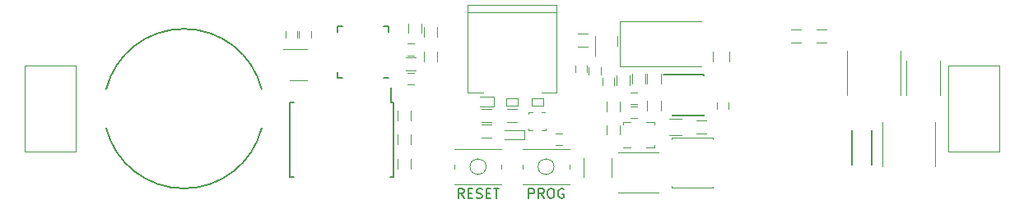
<source format=gbr>
G04 #@! TF.GenerationSoftware,KiCad,Pcbnew,(5.0.2)-1*
G04 #@! TF.CreationDate,2019-02-15T14:25:46-08:00*
G04 #@! TF.ProjectId,nixie_bottom_board,6e697869-655f-4626-9f74-746f6d5f626f,rev?*
G04 #@! TF.SameCoordinates,Original*
G04 #@! TF.FileFunction,Legend,Top*
G04 #@! TF.FilePolarity,Positive*
%FSLAX46Y46*%
G04 Gerber Fmt 4.6, Leading zero omitted, Abs format (unit mm)*
G04 Created by KiCad (PCBNEW (5.0.2)-1) date 2/15/2019 2:25:46 PM*
%MOMM*%
%LPD*%
G01*
G04 APERTURE LIST*
%ADD10C,0.200000*%
%ADD11C,0.150000*%
%ADD12C,0.120000*%
G04 APERTURE END LIST*
D10*
X151714285Y-109252380D02*
X151714285Y-108252380D01*
X152095238Y-108252380D01*
X152190476Y-108300000D01*
X152238095Y-108347619D01*
X152285714Y-108442857D01*
X152285714Y-108585714D01*
X152238095Y-108680952D01*
X152190476Y-108728571D01*
X152095238Y-108776190D01*
X151714285Y-108776190D01*
X153285714Y-109252380D02*
X152952380Y-108776190D01*
X152714285Y-109252380D02*
X152714285Y-108252380D01*
X153095238Y-108252380D01*
X153190476Y-108300000D01*
X153238095Y-108347619D01*
X153285714Y-108442857D01*
X153285714Y-108585714D01*
X153238095Y-108680952D01*
X153190476Y-108728571D01*
X153095238Y-108776190D01*
X152714285Y-108776190D01*
X153904761Y-108252380D02*
X154095238Y-108252380D01*
X154190476Y-108300000D01*
X154285714Y-108395238D01*
X154333333Y-108585714D01*
X154333333Y-108919047D01*
X154285714Y-109109523D01*
X154190476Y-109204761D01*
X154095238Y-109252380D01*
X153904761Y-109252380D01*
X153809523Y-109204761D01*
X153714285Y-109109523D01*
X153666666Y-108919047D01*
X153666666Y-108585714D01*
X153714285Y-108395238D01*
X153809523Y-108300000D01*
X153904761Y-108252380D01*
X155285714Y-108300000D02*
X155190476Y-108252380D01*
X155047619Y-108252380D01*
X154904761Y-108300000D01*
X154809523Y-108395238D01*
X154761904Y-108490476D01*
X154714285Y-108680952D01*
X154714285Y-108823809D01*
X154761904Y-109014285D01*
X154809523Y-109109523D01*
X154904761Y-109204761D01*
X155047619Y-109252380D01*
X155142857Y-109252380D01*
X155285714Y-109204761D01*
X155333333Y-109157142D01*
X155333333Y-108823809D01*
X155142857Y-108823809D01*
X145047619Y-109252380D02*
X144714285Y-108776190D01*
X144476190Y-109252380D02*
X144476190Y-108252380D01*
X144857142Y-108252380D01*
X144952380Y-108300000D01*
X145000000Y-108347619D01*
X145047619Y-108442857D01*
X145047619Y-108585714D01*
X145000000Y-108680952D01*
X144952380Y-108728571D01*
X144857142Y-108776190D01*
X144476190Y-108776190D01*
X145476190Y-108728571D02*
X145809523Y-108728571D01*
X145952380Y-109252380D02*
X145476190Y-109252380D01*
X145476190Y-108252380D01*
X145952380Y-108252380D01*
X146333333Y-109204761D02*
X146476190Y-109252380D01*
X146714285Y-109252380D01*
X146809523Y-109204761D01*
X146857142Y-109157142D01*
X146904761Y-109061904D01*
X146904761Y-108966666D01*
X146857142Y-108871428D01*
X146809523Y-108823809D01*
X146714285Y-108776190D01*
X146523809Y-108728571D01*
X146428571Y-108680952D01*
X146380952Y-108633333D01*
X146333333Y-108538095D01*
X146333333Y-108442857D01*
X146380952Y-108347619D01*
X146428571Y-108300000D01*
X146523809Y-108252380D01*
X146761904Y-108252380D01*
X146904761Y-108300000D01*
X147333333Y-108728571D02*
X147666666Y-108728571D01*
X147809523Y-109252380D02*
X147333333Y-109252380D01*
X147333333Y-108252380D01*
X147809523Y-108252380D01*
X148095238Y-108252380D02*
X148666666Y-108252380D01*
X148380952Y-109252380D02*
X148380952Y-108252380D01*
D11*
G04 #@! TO.C,U2*
X132025000Y-96775000D02*
X132550000Y-96775000D01*
X132025000Y-91525000D02*
X132550000Y-91525000D01*
X137275000Y-91525000D02*
X136750000Y-91525000D01*
X137275000Y-96775000D02*
X136750000Y-96775000D01*
X132025000Y-91525000D02*
X132025000Y-92050000D01*
X137275000Y-91525000D02*
X137275000Y-92050000D01*
X132025000Y-96775000D02*
X132025000Y-96250000D01*
D12*
G04 #@! TO.C,C11*
X157320000Y-105100000D02*
X157320000Y-107100000D01*
X160280000Y-107100000D02*
X160280000Y-105100000D01*
G04 #@! TO.C,R20*
X181300000Y-91820000D02*
X182300000Y-91820000D01*
X182300000Y-93180000D02*
X181300000Y-93180000D01*
G04 #@! TO.C,R21*
X178700000Y-91820000D02*
X179700000Y-91820000D01*
X179700000Y-93180000D02*
X178700000Y-93180000D01*
G04 #@! TO.C,L1*
X165100000Y-108700000D02*
X160900000Y-108700000D01*
X165100000Y-104500000D02*
X160900000Y-104500000D01*
G04 #@! TO.C,C17*
X157700000Y-95550000D02*
X157700000Y-96250000D01*
X156500000Y-96250000D02*
X156500000Y-95550000D01*
G04 #@! TO.C,D5*
X151300000Y-103200000D02*
X149200000Y-103200000D01*
X151300000Y-102200000D02*
X149200000Y-102200000D01*
X151300000Y-103200000D02*
X151300000Y-102200000D01*
G04 #@! TO.C,R13*
X146900000Y-101620000D02*
X147900000Y-101620000D01*
X147900000Y-102980000D02*
X146900000Y-102980000D01*
G04 #@! TO.C,J1*
X154600000Y-90010000D02*
X145400000Y-90010000D01*
X154600000Y-89310000D02*
X145400000Y-89310000D01*
X154600000Y-98300000D02*
X153000000Y-98300000D01*
X154600000Y-98300000D02*
X154600000Y-89310000D01*
X145400000Y-98300000D02*
X145400000Y-89310000D01*
X147000000Y-98300000D02*
X145400000Y-98300000D01*
G04 #@! TO.C,C12*
X139250000Y-96300000D02*
X139950000Y-96300000D01*
X139950000Y-97500000D02*
X139250000Y-97500000D01*
G04 #@! TO.C,C13*
X139950000Y-94500000D02*
X139250000Y-94500000D01*
X139250000Y-93300000D02*
X139950000Y-93300000D01*
D11*
G04 #@! TO.C,U4*
X137825000Y-99325000D02*
X137550000Y-99325000D01*
X137825000Y-107075000D02*
X137470000Y-107075000D01*
X127175000Y-107075000D02*
X127530000Y-107075000D01*
X127175000Y-99325000D02*
X127530000Y-99325000D01*
X137825000Y-99325000D02*
X137825000Y-107075000D01*
X127175000Y-99325000D02*
X127175000Y-107075000D01*
X137550000Y-99325000D02*
X137550000Y-97800000D01*
D12*
G04 #@! TO.C,R1*
X150500000Y-101380000D02*
X149500000Y-101380000D01*
X149500000Y-100020000D02*
X150500000Y-100020000D01*
G04 #@! TO.C,J4*
X99900000Y-104450000D02*
X99900000Y-95550000D01*
X105100000Y-104450000D02*
X99900000Y-104450000D01*
X105100000Y-95550000D02*
X105100000Y-104450000D01*
X99900000Y-95550000D02*
X105100000Y-95550000D01*
G04 #@! TO.C,J3*
X194900000Y-104450000D02*
X194900000Y-95550000D01*
X200100000Y-104450000D02*
X194900000Y-104450000D01*
X200100000Y-95550000D02*
X200100000Y-104450000D01*
X194900000Y-95550000D02*
X200100000Y-95550000D01*
G04 #@! TO.C,U1*
X153050000Y-100400000D02*
X153400000Y-100400000D01*
X151700000Y-100400000D02*
X152150000Y-100400000D01*
X151700000Y-100500000D02*
X151700000Y-100400000D01*
X151700000Y-102200000D02*
X151700000Y-102100000D01*
X152150000Y-102200000D02*
X151700000Y-102200000D01*
X153500000Y-102200000D02*
X153050000Y-102200000D01*
X153500000Y-102100000D02*
X153500000Y-102200000D01*
G04 #@! TO.C,U3*
X162200000Y-104050000D02*
X161400000Y-104050000D01*
X161400000Y-101350000D02*
X161400000Y-101650000D01*
X162200000Y-101350000D02*
X161400000Y-101350000D01*
X164600000Y-104050000D02*
X163800000Y-104050000D01*
X164600000Y-103750000D02*
X164600000Y-104050000D01*
X164600000Y-101350000D02*
X163800000Y-101350000D01*
X164600000Y-101650000D02*
X164600000Y-101350000D01*
G04 #@! TO.C,SW1*
X148900000Y-105800000D02*
X148900000Y-106200000D01*
X144100000Y-105800000D02*
X144100000Y-106200000D01*
X148900000Y-107800000D02*
X144100000Y-107800000D01*
X144100000Y-104200000D02*
X148900000Y-104200000D01*
X147324621Y-106000000D02*
G75*
G03X147324621Y-106000000I-824621J0D01*
G01*
G04 #@! TO.C,SW2*
X155900000Y-105800000D02*
X155900000Y-106200000D01*
X151100000Y-105800000D02*
X151100000Y-106200000D01*
X155900000Y-107800000D02*
X151100000Y-107800000D01*
X151100000Y-104200000D02*
X155900000Y-104200000D01*
X154324621Y-106000000D02*
G75*
G03X154324621Y-106000000I-824621J0D01*
G01*
G04 #@! TO.C,D2*
X153200000Y-98900000D02*
X153200000Y-99700000D01*
X152000000Y-98900000D02*
X153200000Y-98900000D01*
X152000000Y-99700000D02*
X152000000Y-98900000D01*
X153200000Y-99700000D02*
X152000000Y-99700000D01*
G04 #@! TO.C,D3*
X149400000Y-99700000D02*
X149400000Y-98900000D01*
X150600000Y-99700000D02*
X149400000Y-99700000D01*
X150600000Y-98900000D02*
X150600000Y-99700000D01*
X149400000Y-98900000D02*
X150600000Y-98900000D01*
G04 #@! TO.C,D1*
X148100000Y-98800000D02*
X146700000Y-98800000D01*
X148100000Y-99800000D02*
X148100000Y-98800000D01*
X146700000Y-99800000D02*
X148100000Y-99800000D01*
G04 #@! TO.C,C16*
X127900000Y-91950000D02*
X127900000Y-92650000D01*
X126700000Y-92650000D02*
X126700000Y-91950000D01*
G04 #@! TO.C,R3*
X147900000Y-101380000D02*
X146900000Y-101380000D01*
X146900000Y-100020000D02*
X147900000Y-100020000D01*
G04 #@! TO.C,C3*
X162850000Y-101000000D02*
X162150000Y-101000000D01*
X162150000Y-99800000D02*
X162850000Y-99800000D01*
G04 #@! TO.C,C1*
X161075000Y-90950000D02*
X169475000Y-90950000D01*
X161075000Y-95650000D02*
X169475000Y-95650000D01*
X161075000Y-90950000D02*
X161075000Y-95650000D01*
G04 #@! TO.C,Q1*
X166385000Y-103000000D02*
X166385000Y-103200000D01*
X170685000Y-103000000D02*
X166385000Y-103000000D01*
X170685000Y-103150000D02*
X170685000Y-103000000D01*
X170685000Y-108200000D02*
X170685000Y-108050000D01*
X166385000Y-108200000D02*
X170685000Y-108200000D01*
X166385000Y-108000000D02*
X166385000Y-108200000D01*
G04 #@! TO.C,C15*
X129300000Y-91950000D02*
X129300000Y-92650000D01*
X128100000Y-92650000D02*
X128100000Y-91950000D01*
G04 #@! TO.C,C14*
X155150000Y-103800000D02*
X154450000Y-103800000D01*
X154450000Y-102600000D02*
X155150000Y-102600000D01*
G04 #@! TO.C,C2*
X159100000Y-95750000D02*
X159100000Y-96450000D01*
X157900000Y-96450000D02*
X157900000Y-95750000D01*
G04 #@! TO.C,C6*
X162850000Y-99500000D02*
X162150000Y-99500000D01*
X162150000Y-98300000D02*
X162850000Y-98300000D01*
G04 #@! TO.C,C4*
X170650000Y-94100000D02*
X170650000Y-95100000D01*
X172350000Y-95100000D02*
X172350000Y-94100000D01*
G04 #@! TO.C,C9*
X190570000Y-95000000D02*
X190570000Y-98600000D01*
X194030000Y-98600000D02*
X194030000Y-95000000D01*
G04 #@! TO.C,C8*
X193530000Y-106000000D02*
X193530000Y-101400000D01*
X188070000Y-101400000D02*
X188070000Y-106000000D01*
G04 #@! TO.C,R19*
X139580000Y-100200000D02*
X139580000Y-101200000D01*
X138220000Y-101200000D02*
X138220000Y-100200000D01*
G04 #@! TO.C,R18*
X139100000Y-94720000D02*
X140100000Y-94720000D01*
X140100000Y-96080000D02*
X139100000Y-96080000D01*
G04 #@! TO.C,R17*
X159720000Y-100300000D02*
X159720000Y-99300000D01*
X161080000Y-99300000D02*
X161080000Y-100300000D01*
G04 #@! TO.C,R16*
X159720000Y-102700000D02*
X159720000Y-101700000D01*
X161080000Y-101700000D02*
X161080000Y-102700000D01*
G04 #@! TO.C,C5*
X160500000Y-96850000D02*
X160500000Y-97550000D01*
X159300000Y-97550000D02*
X159300000Y-96850000D01*
G04 #@! TO.C,C7*
X171100000Y-100050000D02*
X171100000Y-99350000D01*
X172300000Y-99350000D02*
X172300000Y-100050000D01*
G04 #@! TO.C,R9*
X162320000Y-97400000D02*
X162320000Y-96400000D01*
X163680000Y-96400000D02*
X163680000Y-97400000D01*
G04 #@! TO.C,R6*
X165280000Y-99200000D02*
X165280000Y-100200000D01*
X163920000Y-100200000D02*
X163920000Y-99200000D01*
G04 #@! TO.C,R7*
X160720000Y-97600000D02*
X160720000Y-96600000D01*
X162080000Y-96600000D02*
X162080000Y-97600000D01*
G04 #@! TO.C,R5*
X138220000Y-106200000D02*
X138220000Y-105200000D01*
X139580000Y-105200000D02*
X139580000Y-106200000D01*
G04 #@! TO.C,R2*
X142280000Y-94100000D02*
X142280000Y-95100000D01*
X140920000Y-95100000D02*
X140920000Y-94100000D01*
G04 #@! TO.C,R8*
X170000000Y-102580000D02*
X169000000Y-102580000D01*
X169000000Y-101220000D02*
X170000000Y-101220000D01*
G04 #@! TO.C,R10*
X165280000Y-96400000D02*
X165280000Y-97400000D01*
X163920000Y-97400000D02*
X163920000Y-96400000D01*
G04 #@! TO.C,C10*
X189930000Y-98600000D02*
X189930000Y-94000000D01*
X184470000Y-94000000D02*
X184470000Y-98600000D01*
G04 #@! TO.C,R4*
X139580000Y-102700000D02*
X139580000Y-103700000D01*
X138220000Y-103700000D02*
X138220000Y-102700000D01*
G04 #@! TO.C,R11*
X166200000Y-101020000D02*
X167400000Y-101020000D01*
X167400000Y-102780000D02*
X166200000Y-102780000D01*
G04 #@! TO.C,U5*
X127100000Y-97110000D02*
X128900000Y-97110000D01*
X128900000Y-93890000D02*
X126450000Y-93890000D01*
D11*
G04 #@! TO.C,U6*
X166475000Y-96475000D02*
X165550000Y-96475000D01*
X166475000Y-100725000D02*
X169725000Y-100725000D01*
X166475000Y-96475000D02*
X169725000Y-96475000D01*
X166475000Y-100725000D02*
X166475000Y-100660000D01*
X169725000Y-100725000D02*
X169725000Y-100660000D01*
X169725000Y-96475000D02*
X169725000Y-96540000D01*
G04 #@! TO.C,D4*
X187000000Y-105800000D02*
X187000000Y-102200000D01*
X185000000Y-105800000D02*
X185000000Y-102200000D01*
D12*
G04 #@! TO.C,R12*
X142280000Y-91600000D02*
X142280000Y-92600000D01*
X140920000Y-92600000D02*
X140920000Y-91600000D01*
G04 #@! TO.C,R14*
X157800000Y-93580000D02*
X156800000Y-93580000D01*
X156800000Y-92220000D02*
X157800000Y-92220000D01*
G04 #@! TO.C,R15*
X140680000Y-91200000D02*
X140680000Y-92200000D01*
X139320000Y-92200000D02*
X139320000Y-91200000D01*
G04 #@! TO.C,U7*
X158580000Y-94500000D02*
X158580000Y-92500000D01*
X160820000Y-92500000D02*
X160820000Y-93500000D01*
D11*
G04 #@! TO.C,BT1*
X108250001Y-98000000D02*
G75*
G02X124249999Y-98000001I7999999J-2000000D01*
G01*
X124249999Y-102000000D02*
G75*
G02X108250001Y-101999999I-7999999J2000000D01*
G01*
G04 #@! TD*
M02*

</source>
